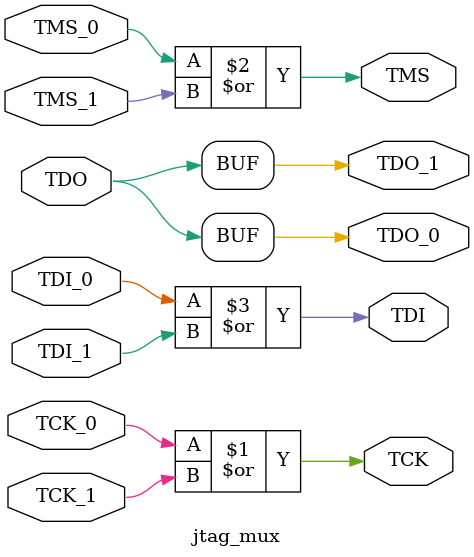
<source format=sv>
`timescale 1ns / 1ps
module jtag_mux
(
    (* X_INTERFACE_INFO = "xilinx.com:interface:jtag:2.0 JTAG_0 TCK" *)
    input   wire                                  TCK_0,
    (* X_INTERFACE_INFO = "xilinx.com:interface:jtag:2.0 JTAG_0 TMS" *)
    input   wire                                  TMS_0,
    (* X_INTERFACE_INFO = "xilinx.com:interface:jtag:2.0 JTAG_0 TDI" *)
    input   wire                                  TDI_0,
    (* X_INTERFACE_INFO = "xilinx.com:interface:jtag:2.0 JTAG_0 TDO" *)
    output  wire                                  TDO_0,
    
    (* X_INTERFACE_INFO = "xilinx.com:interface:jtag:2.0 JTAG_1 TCK" *)
    input   wire                                  TCK_1,
    (* X_INTERFACE_INFO = "xilinx.com:interface:jtag:2.0 JTAG_1 TMS" *)
    input   wire                                  TMS_1,
    (* X_INTERFACE_INFO = "xilinx.com:interface:jtag:2.0 JTAG_1 TDI" *)
    input   wire                                  TDI_1,
    (* X_INTERFACE_INFO = "xilinx.com:interface:jtag:2.0 JTAG_1 TDO" *)
    output  wire                                  TDO_1,
    
    (* X_INTERFACE_INFO = "xilinx.com:interface:jtag:2.0 JTAG TCK" *)
    output  wire                                  TCK,
    (* X_INTERFACE_INFO = "xilinx.com:interface:jtag:2.0 JTAG TMS" *)
    output  wire                                  TMS,
    (* X_INTERFACE_INFO = "xilinx.com:interface:jtag:2.0 JTAG TDI" *)
    output  wire                                  TDI,
    (* X_INTERFACE_INFO = "xilinx.com:interface:jtag:2.0 JTAG TDO" *)
    input   wire                                  TDO
);

assign TCK = TCK_0 | TCK_1;
assign TMS = TMS_0 | TMS_1;
assign TDI = TDI_0 | TDI_1;
assign TDO_0 = TDO;
assign TDO_1 = TDO; 
 
endmodule

</source>
